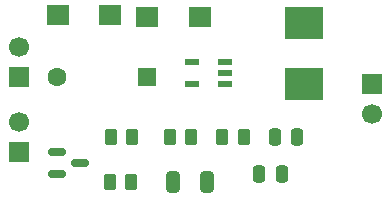
<source format=gbr>
%TF.GenerationSoftware,KiCad,Pcbnew,9.0.5*%
%TF.CreationDate,2025-11-28T10:22:16-08:00*%
%TF.ProjectId,project3_tiny_solar_power_supply,70726f6a-6563-4743-935f-74696e795f73,rev?*%
%TF.SameCoordinates,Original*%
%TF.FileFunction,Soldermask,Top*%
%TF.FilePolarity,Negative*%
%FSLAX46Y46*%
G04 Gerber Fmt 4.6, Leading zero omitted, Abs format (unit mm)*
G04 Created by KiCad (PCBNEW 9.0.5) date 2025-11-28 10:22:16*
%MOMM*%
%LPD*%
G01*
G04 APERTURE LIST*
G04 Aperture macros list*
%AMRoundRect*
0 Rectangle with rounded corners*
0 $1 Rounding radius*
0 $2 $3 $4 $5 $6 $7 $8 $9 X,Y pos of 4 corners*
0 Add a 4 corners polygon primitive as box body*
4,1,4,$2,$3,$4,$5,$6,$7,$8,$9,$2,$3,0*
0 Add four circle primitives for the rounded corners*
1,1,$1+$1,$2,$3*
1,1,$1+$1,$4,$5*
1,1,$1+$1,$6,$7*
1,1,$1+$1,$8,$9*
0 Add four rect primitives between the rounded corners*
20,1,$1+$1,$2,$3,$4,$5,0*
20,1,$1+$1,$4,$5,$6,$7,0*
20,1,$1+$1,$6,$7,$8,$9,0*
20,1,$1+$1,$8,$9,$2,$3,0*%
G04 Aperture macros list end*
%ADD10RoundRect,0.250000X0.262500X0.450000X-0.262500X0.450000X-0.262500X-0.450000X0.262500X-0.450000X0*%
%ADD11RoundRect,0.150000X-0.587500X-0.150000X0.587500X-0.150000X0.587500X0.150000X-0.587500X0.150000X0*%
%ADD12R,1.700000X1.700000*%
%ADD13C,1.700000*%
%ADD14RoundRect,0.250000X0.550000X0.550000X-0.550000X0.550000X-0.550000X-0.550000X0.550000X-0.550000X0*%
%ADD15C,1.600000*%
%ADD16RoundRect,0.250000X-0.262500X-0.450000X0.262500X-0.450000X0.262500X0.450000X-0.262500X0.450000X0*%
%ADD17RoundRect,0.250000X0.325000X0.650000X-0.325000X0.650000X-0.325000X-0.650000X0.325000X-0.650000X0*%
%ADD18RoundRect,0.250000X0.250000X0.475000X-0.250000X0.475000X-0.250000X-0.475000X0.250000X-0.475000X0*%
%ADD19R,3.302000X2.667000*%
%ADD20R,1.879600X1.701800*%
%ADD21RoundRect,0.250000X-0.250000X-0.475000X0.250000X-0.475000X0.250000X0.475000X-0.250000X0.475000X0*%
%ADD22R,1.181100X0.558800*%
G04 APERTURE END LIST*
D10*
%TO.C,R3*%
X135667696Y-108863400D03*
X137492696Y-108863400D03*
%TD*%
D11*
%TO.C,Q1*%
X131142696Y-110138400D03*
X131142696Y-112038400D03*
X133017696Y-111088400D03*
%TD*%
D12*
%TO.C,J4*%
X127925196Y-103770900D03*
D13*
X127925196Y-101230900D03*
%TD*%
D14*
%TO.C,J3*%
X138720196Y-103770900D03*
D15*
X131100196Y-103770900D03*
%TD*%
D16*
%TO.C,R1*%
X145112696Y-108863400D03*
X146937696Y-108863400D03*
%TD*%
D12*
%TO.C,J1*%
X157770196Y-104405900D03*
D13*
X157770196Y-106945900D03*
%TD*%
D17*
%TO.C,C2*%
X143842696Y-112673400D03*
X140892696Y-112673400D03*
%TD*%
D18*
%TO.C,C1*%
X151457696Y-108893400D03*
X149557696Y-108893400D03*
%TD*%
D19*
%TO.C,L1*%
X152055196Y-99275100D03*
X152055196Y-104405900D03*
%TD*%
D20*
%TO.C,CR1*%
X143182296Y-98703400D03*
X138762696Y-98703400D03*
%TD*%
D21*
%TO.C,C3*%
X148250196Y-112025900D03*
X150150196Y-112025900D03*
%TD*%
D22*
%TO.C,U1*%
X145303196Y-104413402D03*
X145303196Y-103463401D03*
X145303196Y-102513400D03*
X142572696Y-102513400D03*
X142572696Y-104413402D03*
%TD*%
D12*
%TO.C,J2*%
X127925196Y-110120900D03*
D13*
X127925196Y-107580900D03*
%TD*%
D16*
%TO.C,R2*%
X140667696Y-108863400D03*
X142492696Y-108863400D03*
%TD*%
D20*
%TO.C,CR2*%
X135587696Y-98538300D03*
X131168096Y-98538300D03*
%TD*%
D16*
%TO.C,R4*%
X135587696Y-112673400D03*
X137412696Y-112673400D03*
%TD*%
M02*

</source>
